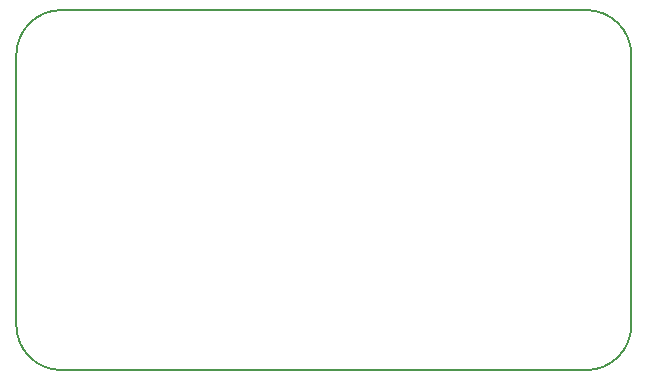
<source format=gbr>
G04 #@! TF.FileFunction,Profile,NP*
%FSLAX46Y46*%
G04 Gerber Fmt 4.6, Leading zero omitted, Abs format (unit mm)*
G04 Created by KiCad (PCBNEW 4.0.7) date 05/06/18 08:41:47*
%MOMM*%
%LPD*%
G01*
G04 APERTURE LIST*
%ADD10C,0.100000*%
%ADD11C,0.150000*%
G04 APERTURE END LIST*
D10*
D11*
X119380000Y-116840000D02*
G75*
G03X123190000Y-120650000I3810000J0D01*
G01*
X167640000Y-120650000D02*
G75*
G03X171450000Y-116840000I0J3810000D01*
G01*
X171450000Y-93980000D02*
G75*
G03X167640000Y-90170000I-3810000J0D01*
G01*
X123190000Y-90170000D02*
G75*
G03X119380000Y-93980000I0J-3810000D01*
G01*
X119380000Y-116840000D02*
X119380000Y-93980000D01*
X167640000Y-120650000D02*
X123190000Y-120650000D01*
X171450000Y-93980000D02*
X171450000Y-116840000D01*
X123190000Y-90170000D02*
X167640000Y-90170000D01*
M02*

</source>
